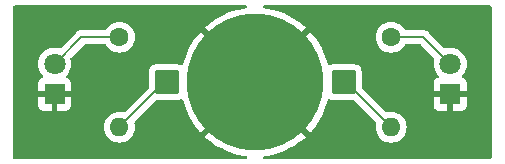
<source format=gbr>
%TF.GenerationSoftware,KiCad,Pcbnew,8.0.0*%
%TF.CreationDate,2024-04-12T16:45:35+09:00*%
%TF.ProjectId,putter,70757474-6572-42e6-9b69-6361645f7063,rev?*%
%TF.SameCoordinates,Original*%
%TF.FileFunction,Copper,L1,Top*%
%TF.FilePolarity,Positive*%
%FSLAX46Y46*%
G04 Gerber Fmt 4.6, Leading zero omitted, Abs format (unit mm)*
G04 Created by KiCad (PCBNEW 8.0.0) date 2024-04-12 16:45:35*
%MOMM*%
%LPD*%
G01*
G04 APERTURE LIST*
G04 Aperture macros list*
%AMRoundRect*
0 Rectangle with rounded corners*
0 $1 Rounding radius*
0 $2 $3 $4 $5 $6 $7 $8 $9 X,Y pos of 4 corners*
0 Add a 4 corners polygon primitive as box body*
4,1,4,$2,$3,$4,$5,$6,$7,$8,$9,$2,$3,0*
0 Add four circle primitives for the rounded corners*
1,1,$1+$1,$2,$3*
1,1,$1+$1,$4,$5*
1,1,$1+$1,$6,$7*
1,1,$1+$1,$8,$9*
0 Add four rect primitives between the rounded corners*
20,1,$1+$1,$2,$3,$4,$5,0*
20,1,$1+$1,$4,$5,$6,$7,0*
20,1,$1+$1,$6,$7,$8,$9,0*
20,1,$1+$1,$8,$9,$2,$3,0*%
G04 Aperture macros list end*
%TA.AperFunction,ComponentPad*%
%ADD10R,1.800000X1.800000*%
%TD*%
%TA.AperFunction,ComponentPad*%
%ADD11C,1.800000*%
%TD*%
%TA.AperFunction,SMDPad,CuDef*%
%ADD12RoundRect,0.100000X-0.900000X-0.900000X0.900000X-0.900000X0.900000X0.900000X-0.900000X0.900000X0*%
%TD*%
%TA.AperFunction,SMDPad,CuDef*%
%ADD13C,11.600000*%
%TD*%
%TA.AperFunction,ComponentPad*%
%ADD14C,1.600000*%
%TD*%
%TA.AperFunction,ComponentPad*%
%ADD15O,1.600000X1.600000*%
%TD*%
%TA.AperFunction,Conductor*%
%ADD16C,0.200000*%
%TD*%
G04 APERTURE END LIST*
D10*
%TO.P,D1,1,K*%
%TO.N,GND*%
X133000000Y-68010000D03*
D11*
%TO.P,D1,2,A*%
%TO.N,Net-(D1-A)*%
X133000000Y-65470000D03*
%TD*%
D10*
%TO.P,D2,1,K*%
%TO.N,GND*%
X99500000Y-68010000D03*
D11*
%TO.P,D2,2,A*%
%TO.N,Net-(D2-A)*%
X99500000Y-65470000D03*
%TD*%
D12*
%TO.P,BT1,1,+*%
%TO.N,Net-(BT1-+)*%
X109000000Y-67000000D03*
X124000000Y-67000000D03*
D13*
%TO.P,BT1,2,-*%
%TO.N,GND*%
X116500000Y-67000000D03*
%TD*%
D14*
%TO.P,R1,1*%
%TO.N,Net-(D1-A)*%
X128000000Y-63190000D03*
D15*
%TO.P,R1,2*%
%TO.N,Net-(BT1-+)*%
X128000000Y-70810000D03*
%TD*%
D14*
%TO.P,R2,1*%
%TO.N,Net-(D2-A)*%
X105000000Y-63190000D03*
D15*
%TO.P,R2,2*%
%TO.N,Net-(BT1-+)*%
X105000000Y-70810000D03*
%TD*%
D16*
%TO.N,Net-(D1-A)*%
X130720000Y-63190000D02*
X133000000Y-65470000D01*
X128000000Y-63190000D02*
X130720000Y-63190000D01*
%TO.N,Net-(D2-A)*%
X101780000Y-63190000D02*
X99500000Y-65470000D01*
X105000000Y-63190000D02*
X101780000Y-63190000D01*
%TO.N,Net-(BT1-+)*%
X124000000Y-67000000D02*
X124190000Y-67000000D01*
X108810000Y-67000000D02*
X109000000Y-67000000D01*
X124190000Y-67000000D02*
X128000000Y-70810000D01*
X105000000Y-70810000D02*
X108810000Y-67000000D01*
%TD*%
%TA.AperFunction,Conductor*%
%TO.N,GND*%
G36*
X115778419Y-60520185D02*
G01*
X115824174Y-60572989D01*
X115834118Y-60642147D01*
X115805093Y-60705703D01*
X115746315Y-60743477D01*
X115725955Y-60747640D01*
X115513722Y-60772759D01*
X115513686Y-60772765D01*
X115028183Y-60869337D01*
X115028141Y-60869348D01*
X114551691Y-61003721D01*
X114551685Y-61003722D01*
X114087237Y-61175066D01*
X113637656Y-61382327D01*
X113205720Y-61624221D01*
X112794093Y-61899262D01*
X112794089Y-61899264D01*
X112405327Y-62205739D01*
X112405314Y-62205751D01*
X112225511Y-62371958D01*
X112225511Y-62371959D01*
X116499999Y-66646447D01*
X120774487Y-62371959D01*
X120774487Y-62371958D01*
X120594685Y-62205750D01*
X120594672Y-62205739D01*
X120205910Y-61899264D01*
X120205906Y-61899262D01*
X119794279Y-61624221D01*
X119362343Y-61382327D01*
X118912762Y-61175066D01*
X118448314Y-61003722D01*
X118448308Y-61003721D01*
X117971858Y-60869348D01*
X117971816Y-60869337D01*
X117486313Y-60772765D01*
X117486277Y-60772759D01*
X117274045Y-60747640D01*
X117209784Y-60720213D01*
X117170553Y-60662397D01*
X117168807Y-60592549D01*
X117205101Y-60532845D01*
X117267912Y-60502241D01*
X117288620Y-60500500D01*
X136375500Y-60500500D01*
X136442539Y-60520185D01*
X136488294Y-60572989D01*
X136499500Y-60624500D01*
X136499500Y-73375500D01*
X136479815Y-73442539D01*
X136427011Y-73488294D01*
X136375500Y-73499500D01*
X117288620Y-73499500D01*
X117221581Y-73479815D01*
X117175826Y-73427011D01*
X117165882Y-73357853D01*
X117194907Y-73294297D01*
X117253685Y-73256523D01*
X117274045Y-73252360D01*
X117486277Y-73227240D01*
X117486313Y-73227234D01*
X117971816Y-73130662D01*
X117971858Y-73130651D01*
X118448308Y-72996278D01*
X118448314Y-72996277D01*
X118912762Y-72824933D01*
X119362343Y-72617672D01*
X119794279Y-72375778D01*
X120205906Y-72100737D01*
X120205910Y-72100735D01*
X120594672Y-71794260D01*
X120594685Y-71794249D01*
X120774488Y-71628041D01*
X120774488Y-71628040D01*
X116500000Y-67353553D01*
X112225511Y-71628040D01*
X112405314Y-71794249D01*
X112405327Y-71794260D01*
X112794089Y-72100735D01*
X112794093Y-72100737D01*
X113205720Y-72375778D01*
X113637656Y-72617672D01*
X114087237Y-72824933D01*
X114551685Y-72996277D01*
X114551691Y-72996278D01*
X115028141Y-73130651D01*
X115028183Y-73130662D01*
X115513686Y-73227234D01*
X115513722Y-73227240D01*
X115725955Y-73252360D01*
X115790216Y-73279787D01*
X115829447Y-73337603D01*
X115831193Y-73407451D01*
X115794899Y-73467155D01*
X115732088Y-73497759D01*
X115711380Y-73499500D01*
X96124500Y-73499500D01*
X96057461Y-73479815D01*
X96011706Y-73427011D01*
X96000500Y-73375500D01*
X96000500Y-70810001D01*
X103694532Y-70810001D01*
X103714364Y-71036686D01*
X103714366Y-71036697D01*
X103773258Y-71256488D01*
X103773261Y-71256497D01*
X103869431Y-71462732D01*
X103869432Y-71462734D01*
X103999954Y-71649141D01*
X104160858Y-71810045D01*
X104160861Y-71810047D01*
X104347266Y-71940568D01*
X104553504Y-72036739D01*
X104773308Y-72095635D01*
X104935230Y-72109801D01*
X104999998Y-72115468D01*
X105000000Y-72115468D01*
X105000002Y-72115468D01*
X105056673Y-72110509D01*
X105226692Y-72095635D01*
X105446496Y-72036739D01*
X105652734Y-71940568D01*
X105839139Y-71810047D01*
X106000047Y-71649139D01*
X106130568Y-71462734D01*
X106226739Y-71256496D01*
X106285635Y-71036692D01*
X106305468Y-70810000D01*
X106285635Y-70583308D01*
X106259847Y-70487066D01*
X106261510Y-70417217D01*
X106291939Y-70367294D01*
X108122416Y-68536818D01*
X108183739Y-68503333D01*
X108210097Y-68500499D01*
X109939363Y-68500499D01*
X110056753Y-68485046D01*
X110056757Y-68485044D01*
X110056762Y-68485044D01*
X110202841Y-68424536D01*
X110202841Y-68424535D01*
X110210349Y-68421426D01*
X110211639Y-68424542D01*
X110264294Y-68411728D01*
X110330338Y-68434532D01*
X110373569Y-68489421D01*
X110377829Y-68501933D01*
X110503721Y-68948308D01*
X110503722Y-68948314D01*
X110675066Y-69412762D01*
X110882327Y-69862343D01*
X111124221Y-70294279D01*
X111399262Y-70705906D01*
X111399264Y-70705910D01*
X111705739Y-71094672D01*
X111705750Y-71094685D01*
X111871958Y-71274487D01*
X111871959Y-71274487D01*
X116146446Y-67000001D01*
X116853553Y-67000001D01*
X121128040Y-71274488D01*
X121128041Y-71274488D01*
X121294249Y-71094685D01*
X121294260Y-71094672D01*
X121600735Y-70705910D01*
X121600737Y-70705906D01*
X121875778Y-70294279D01*
X122117672Y-69862343D01*
X122324933Y-69412762D01*
X122496277Y-68948314D01*
X122496278Y-68948308D01*
X122622170Y-68501933D01*
X122659312Y-68442754D01*
X122722554Y-68413050D01*
X122789439Y-68421936D01*
X122789651Y-68421426D01*
X122791564Y-68422218D01*
X122791815Y-68422252D01*
X122792558Y-68422630D01*
X122797158Y-68424535D01*
X122797159Y-68424536D01*
X122943238Y-68485044D01*
X123060639Y-68500500D01*
X124789901Y-68500499D01*
X124856940Y-68520184D01*
X124877582Y-68536818D01*
X126708058Y-70367293D01*
X126741543Y-70428616D01*
X126740152Y-70487067D01*
X126714366Y-70583302D01*
X126714364Y-70583313D01*
X126694532Y-70809998D01*
X126694532Y-70810001D01*
X126714364Y-71036686D01*
X126714366Y-71036697D01*
X126773258Y-71256488D01*
X126773261Y-71256497D01*
X126869431Y-71462732D01*
X126869432Y-71462734D01*
X126999954Y-71649141D01*
X127160858Y-71810045D01*
X127160861Y-71810047D01*
X127347266Y-71940568D01*
X127553504Y-72036739D01*
X127773308Y-72095635D01*
X127935230Y-72109801D01*
X127999998Y-72115468D01*
X128000000Y-72115468D01*
X128000002Y-72115468D01*
X128056673Y-72110509D01*
X128226692Y-72095635D01*
X128446496Y-72036739D01*
X128652734Y-71940568D01*
X128839139Y-71810047D01*
X129000047Y-71649139D01*
X129130568Y-71462734D01*
X129226739Y-71256496D01*
X129285635Y-71036692D01*
X129305468Y-70810000D01*
X129285635Y-70583308D01*
X129226739Y-70363504D01*
X129130568Y-70157266D01*
X129000047Y-69970861D01*
X129000045Y-69970858D01*
X128839141Y-69809954D01*
X128652734Y-69679432D01*
X128652732Y-69679431D01*
X128446497Y-69583261D01*
X128446488Y-69583258D01*
X128226697Y-69524366D01*
X128226693Y-69524365D01*
X128226692Y-69524365D01*
X128226691Y-69524364D01*
X128226686Y-69524364D01*
X128000002Y-69504532D01*
X127999998Y-69504532D01*
X127773313Y-69524364D01*
X127773302Y-69524366D01*
X127677067Y-69550152D01*
X127607217Y-69548489D01*
X127557293Y-69518058D01*
X125536818Y-67497583D01*
X125503333Y-67436260D01*
X125500499Y-67409902D01*
X125500499Y-66060636D01*
X125485046Y-65943246D01*
X125485044Y-65943239D01*
X125485044Y-65943238D01*
X125424536Y-65797159D01*
X125328282Y-65671718D01*
X125202841Y-65575464D01*
X125056762Y-65514956D01*
X125056760Y-65514955D01*
X124939370Y-65499501D01*
X124939367Y-65499500D01*
X124939361Y-65499500D01*
X124939354Y-65499500D01*
X123060636Y-65499500D01*
X122943246Y-65514953D01*
X122943237Y-65514956D01*
X122841143Y-65557245D01*
X122797162Y-65575463D01*
X122789651Y-65578574D01*
X122788372Y-65575487D01*
X122735491Y-65588261D01*
X122669486Y-65565343D01*
X122626351Y-65510378D01*
X122622170Y-65498066D01*
X122496278Y-65051691D01*
X122496277Y-65051685D01*
X122324933Y-64587237D01*
X122117672Y-64137656D01*
X121875778Y-63705720D01*
X121600737Y-63294093D01*
X121600735Y-63294089D01*
X121518679Y-63190001D01*
X126694532Y-63190001D01*
X126714364Y-63416686D01*
X126714366Y-63416697D01*
X126773258Y-63636488D01*
X126773261Y-63636497D01*
X126869431Y-63842732D01*
X126869432Y-63842734D01*
X126999954Y-64029141D01*
X127160858Y-64190045D01*
X127160861Y-64190047D01*
X127347266Y-64320568D01*
X127553504Y-64416739D01*
X127773308Y-64475635D01*
X127935230Y-64489801D01*
X127999998Y-64495468D01*
X128000000Y-64495468D01*
X128000002Y-64495468D01*
X128056673Y-64490509D01*
X128226692Y-64475635D01*
X128446496Y-64416739D01*
X128652734Y-64320568D01*
X128839139Y-64190047D01*
X129000047Y-64029139D01*
X129130118Y-63843375D01*
X129184693Y-63799752D01*
X129231692Y-63790500D01*
X130419903Y-63790500D01*
X130486942Y-63810185D01*
X130507584Y-63826819D01*
X131625795Y-64945030D01*
X131659280Y-65006353D01*
X131658320Y-65063151D01*
X131613866Y-65238691D01*
X131613864Y-65238702D01*
X131594700Y-65469993D01*
X131594700Y-65470006D01*
X131613864Y-65701297D01*
X131613866Y-65701308D01*
X131670842Y-65926300D01*
X131764075Y-66138848D01*
X131891018Y-66333150D01*
X131986167Y-66436510D01*
X132017089Y-66499164D01*
X132009228Y-66568590D01*
X131965081Y-66622746D01*
X131938271Y-66636674D01*
X131857911Y-66666646D01*
X131857906Y-66666649D01*
X131742812Y-66752809D01*
X131742809Y-66752812D01*
X131656649Y-66867906D01*
X131656645Y-66867913D01*
X131606403Y-67002620D01*
X131606401Y-67002627D01*
X131600000Y-67062155D01*
X131600000Y-67760000D01*
X132624722Y-67760000D01*
X132580667Y-67836306D01*
X132550000Y-67950756D01*
X132550000Y-68069244D01*
X132580667Y-68183694D01*
X132624722Y-68260000D01*
X131600000Y-68260000D01*
X131600000Y-68957844D01*
X131606401Y-69017372D01*
X131606403Y-69017379D01*
X131656645Y-69152086D01*
X131656649Y-69152093D01*
X131742809Y-69267187D01*
X131742812Y-69267190D01*
X131857906Y-69353350D01*
X131857913Y-69353354D01*
X131992620Y-69403596D01*
X131992627Y-69403598D01*
X132052155Y-69409999D01*
X132052172Y-69410000D01*
X132750000Y-69410000D01*
X132750000Y-68385277D01*
X132826306Y-68429333D01*
X132940756Y-68460000D01*
X133059244Y-68460000D01*
X133173694Y-68429333D01*
X133250000Y-68385277D01*
X133250000Y-69410000D01*
X133947828Y-69410000D01*
X133947844Y-69409999D01*
X134007372Y-69403598D01*
X134007379Y-69403596D01*
X134142086Y-69353354D01*
X134142093Y-69353350D01*
X134257187Y-69267190D01*
X134257190Y-69267187D01*
X134343350Y-69152093D01*
X134343354Y-69152086D01*
X134393596Y-69017379D01*
X134393598Y-69017372D01*
X134399999Y-68957844D01*
X134400000Y-68957827D01*
X134400000Y-68260000D01*
X133375278Y-68260000D01*
X133419333Y-68183694D01*
X133450000Y-68069244D01*
X133450000Y-67950756D01*
X133419333Y-67836306D01*
X133375278Y-67760000D01*
X134400000Y-67760000D01*
X134400000Y-67062172D01*
X134399999Y-67062155D01*
X134393598Y-67002627D01*
X134393596Y-67002620D01*
X134343354Y-66867913D01*
X134343350Y-66867906D01*
X134257190Y-66752812D01*
X134257187Y-66752809D01*
X134142093Y-66666649D01*
X134142086Y-66666645D01*
X134061729Y-66636674D01*
X134005795Y-66594803D01*
X133981378Y-66529338D01*
X133996230Y-66461065D01*
X134013826Y-66436516D01*
X134108979Y-66333153D01*
X134235924Y-66138849D01*
X134329157Y-65926300D01*
X134386134Y-65701305D01*
X134396346Y-65578061D01*
X134405300Y-65470006D01*
X134405300Y-65469993D01*
X134386135Y-65238702D01*
X134386133Y-65238691D01*
X134329157Y-65013699D01*
X134235924Y-64801151D01*
X134108983Y-64606852D01*
X134108980Y-64606849D01*
X134108979Y-64606847D01*
X133951784Y-64436087D01*
X133951779Y-64436083D01*
X133951777Y-64436081D01*
X133768634Y-64293535D01*
X133768628Y-64293531D01*
X133564504Y-64183064D01*
X133564495Y-64183061D01*
X133344984Y-64107702D01*
X133173282Y-64079050D01*
X133116049Y-64069500D01*
X132883951Y-64069500D01*
X132845795Y-64075867D01*
X132655014Y-64107702D01*
X132603098Y-64125524D01*
X132533300Y-64128672D01*
X132475158Y-64095923D01*
X131207590Y-62828355D01*
X131207588Y-62828352D01*
X131088717Y-62709481D01*
X131088716Y-62709480D01*
X131001904Y-62659360D01*
X131001904Y-62659359D01*
X131001900Y-62659358D01*
X130951785Y-62630423D01*
X130799057Y-62589499D01*
X130640943Y-62589499D01*
X130633347Y-62589499D01*
X130633331Y-62589500D01*
X129231692Y-62589500D01*
X129164653Y-62569815D01*
X129130119Y-62536625D01*
X129000047Y-62350861D01*
X129000045Y-62350858D01*
X128839141Y-62189954D01*
X128652734Y-62059432D01*
X128652732Y-62059431D01*
X128446497Y-61963261D01*
X128446488Y-61963258D01*
X128226697Y-61904366D01*
X128226693Y-61904365D01*
X128226692Y-61904365D01*
X128226691Y-61904364D01*
X128226686Y-61904364D01*
X128000002Y-61884532D01*
X127999998Y-61884532D01*
X127773313Y-61904364D01*
X127773302Y-61904366D01*
X127553511Y-61963258D01*
X127553502Y-61963261D01*
X127347267Y-62059431D01*
X127347265Y-62059432D01*
X127160858Y-62189954D01*
X126999954Y-62350858D01*
X126869432Y-62537265D01*
X126869431Y-62537267D01*
X126773261Y-62743502D01*
X126773258Y-62743511D01*
X126714366Y-62963302D01*
X126714364Y-62963313D01*
X126694532Y-63189998D01*
X126694532Y-63190001D01*
X121518679Y-63190001D01*
X121294260Y-62905327D01*
X121294249Y-62905314D01*
X121128040Y-62725511D01*
X121128039Y-62725511D01*
X116853553Y-66999998D01*
X116853553Y-67000001D01*
X116146446Y-67000001D01*
X116146447Y-67000000D01*
X116146447Y-66999999D01*
X111871959Y-62725511D01*
X111871958Y-62725511D01*
X111705751Y-62905314D01*
X111705739Y-62905327D01*
X111399264Y-63294089D01*
X111399262Y-63294093D01*
X111124221Y-63705720D01*
X110882327Y-64137656D01*
X110675066Y-64587237D01*
X110503722Y-65051685D01*
X110503721Y-65051691D01*
X110377829Y-65498066D01*
X110340686Y-65557245D01*
X110277445Y-65586949D01*
X110210561Y-65578061D01*
X110210349Y-65578574D01*
X110208428Y-65577778D01*
X110208184Y-65577746D01*
X110207454Y-65577375D01*
X110202841Y-65575464D01*
X110056762Y-65514956D01*
X110056760Y-65514955D01*
X109939370Y-65499501D01*
X109939367Y-65499500D01*
X109939361Y-65499500D01*
X109939354Y-65499500D01*
X108060636Y-65499500D01*
X107943246Y-65514953D01*
X107943237Y-65514956D01*
X107797160Y-65575463D01*
X107671718Y-65671718D01*
X107575463Y-65797160D01*
X107514956Y-65943237D01*
X107514955Y-65943239D01*
X107499501Y-66060629D01*
X107499501Y-66060636D01*
X107499500Y-66060645D01*
X107499500Y-67409901D01*
X107479815Y-67476940D01*
X107463181Y-67497582D01*
X105442705Y-69518058D01*
X105381382Y-69551543D01*
X105322931Y-69550152D01*
X105226697Y-69524366D01*
X105226693Y-69524365D01*
X105226692Y-69524365D01*
X105226691Y-69524364D01*
X105226686Y-69524364D01*
X105000002Y-69504532D01*
X104999998Y-69504532D01*
X104773313Y-69524364D01*
X104773302Y-69524366D01*
X104553511Y-69583258D01*
X104553502Y-69583261D01*
X104347267Y-69679431D01*
X104347265Y-69679432D01*
X104160858Y-69809954D01*
X103999954Y-69970858D01*
X103869432Y-70157265D01*
X103869431Y-70157267D01*
X103773261Y-70363502D01*
X103773258Y-70363511D01*
X103714366Y-70583302D01*
X103714364Y-70583313D01*
X103694532Y-70809998D01*
X103694532Y-70810001D01*
X96000500Y-70810001D01*
X96000500Y-65470006D01*
X98094700Y-65470006D01*
X98113864Y-65701297D01*
X98113866Y-65701308D01*
X98170842Y-65926300D01*
X98264075Y-66138848D01*
X98391018Y-66333150D01*
X98486167Y-66436510D01*
X98517089Y-66499164D01*
X98509228Y-66568590D01*
X98465081Y-66622746D01*
X98438271Y-66636674D01*
X98357911Y-66666646D01*
X98357906Y-66666649D01*
X98242812Y-66752809D01*
X98242809Y-66752812D01*
X98156649Y-66867906D01*
X98156645Y-66867913D01*
X98106403Y-67002620D01*
X98106401Y-67002627D01*
X98100000Y-67062155D01*
X98100000Y-67760000D01*
X99124722Y-67760000D01*
X99080667Y-67836306D01*
X99050000Y-67950756D01*
X99050000Y-68069244D01*
X99080667Y-68183694D01*
X99124722Y-68260000D01*
X98100000Y-68260000D01*
X98100000Y-68957844D01*
X98106401Y-69017372D01*
X98106403Y-69017379D01*
X98156645Y-69152086D01*
X98156649Y-69152093D01*
X98242809Y-69267187D01*
X98242812Y-69267190D01*
X98357906Y-69353350D01*
X98357913Y-69353354D01*
X98492620Y-69403596D01*
X98492627Y-69403598D01*
X98552155Y-69409999D01*
X98552172Y-69410000D01*
X99250000Y-69410000D01*
X99250000Y-68385277D01*
X99326306Y-68429333D01*
X99440756Y-68460000D01*
X99559244Y-68460000D01*
X99673694Y-68429333D01*
X99750000Y-68385277D01*
X99750000Y-69410000D01*
X100447828Y-69410000D01*
X100447844Y-69409999D01*
X100507372Y-69403598D01*
X100507379Y-69403596D01*
X100642086Y-69353354D01*
X100642093Y-69353350D01*
X100757187Y-69267190D01*
X100757190Y-69267187D01*
X100843350Y-69152093D01*
X100843354Y-69152086D01*
X100893596Y-69017379D01*
X100893598Y-69017372D01*
X100899999Y-68957844D01*
X100900000Y-68957827D01*
X100900000Y-68260000D01*
X99875278Y-68260000D01*
X99919333Y-68183694D01*
X99950000Y-68069244D01*
X99950000Y-67950756D01*
X99919333Y-67836306D01*
X99875278Y-67760000D01*
X100900000Y-67760000D01*
X100900000Y-67062172D01*
X100899999Y-67062155D01*
X100893598Y-67002627D01*
X100893596Y-67002620D01*
X100843354Y-66867913D01*
X100843350Y-66867906D01*
X100757190Y-66752812D01*
X100757187Y-66752809D01*
X100642093Y-66666649D01*
X100642086Y-66666645D01*
X100561729Y-66636674D01*
X100505795Y-66594803D01*
X100481378Y-66529338D01*
X100496230Y-66461065D01*
X100513826Y-66436516D01*
X100608979Y-66333153D01*
X100735924Y-66138849D01*
X100829157Y-65926300D01*
X100886134Y-65701305D01*
X100896346Y-65578061D01*
X100905300Y-65470006D01*
X100905300Y-65469993D01*
X100886135Y-65238702D01*
X100886131Y-65238682D01*
X100841680Y-65063151D01*
X100844304Y-64993331D01*
X100874202Y-64945031D01*
X101992416Y-63826819D01*
X102053739Y-63793334D01*
X102080097Y-63790500D01*
X103768308Y-63790500D01*
X103835347Y-63810185D01*
X103869880Y-63843374D01*
X103955480Y-63965624D01*
X103999954Y-64029141D01*
X104160858Y-64190045D01*
X104160861Y-64190047D01*
X104347266Y-64320568D01*
X104553504Y-64416739D01*
X104773308Y-64475635D01*
X104935230Y-64489801D01*
X104999998Y-64495468D01*
X105000000Y-64495468D01*
X105000002Y-64495468D01*
X105056673Y-64490509D01*
X105226692Y-64475635D01*
X105446496Y-64416739D01*
X105652734Y-64320568D01*
X105839139Y-64190047D01*
X106000047Y-64029139D01*
X106130568Y-63842734D01*
X106226739Y-63636496D01*
X106285635Y-63416692D01*
X106305468Y-63190000D01*
X106285635Y-62963308D01*
X106226739Y-62743504D01*
X106130568Y-62537266D01*
X106000047Y-62350861D01*
X106000045Y-62350858D01*
X105839141Y-62189954D01*
X105652734Y-62059432D01*
X105652732Y-62059431D01*
X105446497Y-61963261D01*
X105446488Y-61963258D01*
X105226697Y-61904366D01*
X105226693Y-61904365D01*
X105226692Y-61904365D01*
X105226691Y-61904364D01*
X105226686Y-61904364D01*
X105000002Y-61884532D01*
X104999998Y-61884532D01*
X104773313Y-61904364D01*
X104773302Y-61904366D01*
X104553511Y-61963258D01*
X104553502Y-61963261D01*
X104347267Y-62059431D01*
X104347265Y-62059432D01*
X104160858Y-62189954D01*
X103999954Y-62350858D01*
X103923450Y-62460118D01*
X103869881Y-62536624D01*
X103815307Y-62580248D01*
X103768308Y-62589500D01*
X101866669Y-62589500D01*
X101866653Y-62589499D01*
X101859057Y-62589499D01*
X101700943Y-62589499D01*
X101593587Y-62618265D01*
X101548210Y-62630424D01*
X101548209Y-62630425D01*
X101498096Y-62659359D01*
X101498095Y-62659360D01*
X101454689Y-62684420D01*
X101411285Y-62709479D01*
X101411282Y-62709481D01*
X101299478Y-62821286D01*
X100024840Y-64095923D01*
X99963517Y-64129408D01*
X99896898Y-64125524D01*
X99844981Y-64107702D01*
X99774393Y-64095923D01*
X99616049Y-64069500D01*
X99383951Y-64069500D01*
X99338164Y-64077140D01*
X99155015Y-64107702D01*
X98935504Y-64183061D01*
X98935495Y-64183064D01*
X98731371Y-64293531D01*
X98731365Y-64293535D01*
X98548222Y-64436081D01*
X98548219Y-64436084D01*
X98548216Y-64436086D01*
X98548216Y-64436087D01*
X98511810Y-64475635D01*
X98391016Y-64606852D01*
X98264075Y-64801151D01*
X98170842Y-65013699D01*
X98113866Y-65238691D01*
X98113864Y-65238702D01*
X98094700Y-65469993D01*
X98094700Y-65470006D01*
X96000500Y-65470006D01*
X96000500Y-60624500D01*
X96020185Y-60557461D01*
X96072989Y-60511706D01*
X96124500Y-60500500D01*
X115711380Y-60500500D01*
X115778419Y-60520185D01*
G37*
%TD.AperFunction*%
%TD*%
M02*

</source>
